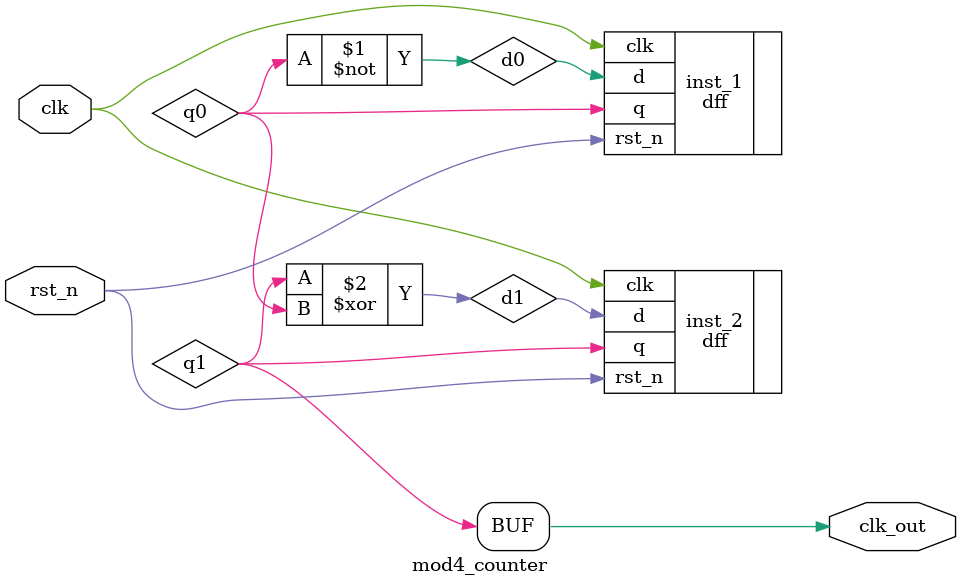
<source format=v>

module mod4_counter(
input clk,
input rst_n,
output clk_out
); 

wire q0,q1;
wire d0, d1; 
assign d0 = ~q0;
assign d1= q1^q0; 

dff inst_1(.clk(clk),.rst_n(rst_n),.d(d0),.q(q0)); 
dff inst_2(.clk(clk),.rst_n(rst_n),.d(d1),.q(q1)); 

assign clk_out = q1; 

endmodule 

//instance 
// mod4_counter inst_name (.clk(), .rst_n(), .clk_out()); 
</source>
